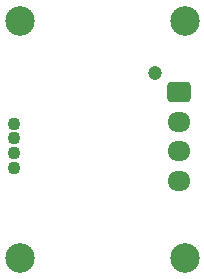
<source format=gts>
G04 #@! TF.GenerationSoftware,KiCad,Pcbnew,7.0.8*
G04 #@! TF.CreationDate,2023-12-02T16:25:09-07:00*
G04 #@! TF.ProjectId,loadcelladapter,6c6f6164-6365-46c6-9c61-646170746572,v1*
G04 #@! TF.SameCoordinates,Original*
G04 #@! TF.FileFunction,Soldermask,Top*
G04 #@! TF.FilePolarity,Negative*
%FSLAX46Y46*%
G04 Gerber Fmt 4.6, Leading zero omitted, Abs format (unit mm)*
G04 Created by KiCad (PCBNEW 7.0.8) date 2023-12-02 16:25:09*
%MOMM*%
%LPD*%
G01*
G04 APERTURE LIST*
G04 Aperture macros list*
%AMRoundRect*
0 Rectangle with rounded corners*
0 $1 Rounding radius*
0 $2 $3 $4 $5 $6 $7 $8 $9 X,Y pos of 4 corners*
0 Add a 4 corners polygon primitive as box body*
4,1,4,$2,$3,$4,$5,$6,$7,$8,$9,$2,$3,0*
0 Add four circle primitives for the rounded corners*
1,1,$1+$1,$2,$3*
1,1,$1+$1,$4,$5*
1,1,$1+$1,$6,$7*
1,1,$1+$1,$8,$9*
0 Add four rect primitives between the rounded corners*
20,1,$1+$1,$2,$3,$4,$5,0*
20,1,$1+$1,$4,$5,$6,$7,0*
20,1,$1+$1,$6,$7,$8,$9,0*
20,1,$1+$1,$8,$9,$2,$3,0*%
G04 Aperture macros list end*
%ADD10C,2.500000*%
%ADD11C,1.200000*%
%ADD12RoundRect,0.250000X-0.725000X0.600000X-0.725000X-0.600000X0.725000X-0.600000X0.725000X0.600000X0*%
%ADD13O,1.950000X1.700000*%
%ADD14C,1.100000*%
G04 APERTURE END LIST*
D10*
X141000000Y-109000000D03*
X155000000Y-109000000D03*
D11*
X152500000Y-113400000D03*
D12*
X154500000Y-115000000D03*
D13*
X154500000Y-117500000D03*
X154500000Y-120000000D03*
X154500000Y-122500000D03*
D14*
X140495100Y-117658400D03*
X140495100Y-118908400D03*
X140495100Y-120158400D03*
X140495100Y-121408400D03*
D10*
X141000000Y-129000000D03*
X155000000Y-129000000D03*
M02*

</source>
